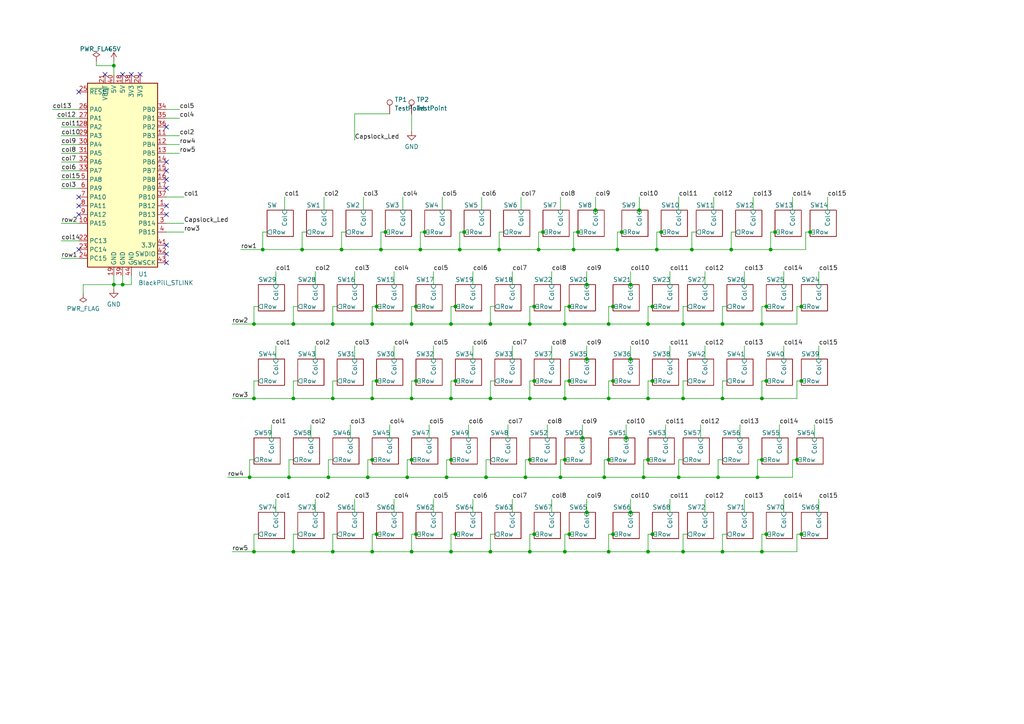
<source format=kicad_sch>
(kicad_sch (version 20211123) (generator eeschema)
  (paper "A4")
  (junction (at 180.34 67.31))
  (junction (at 170.18 82.55))
  (junction (at 130.81 160.02))
  (junction (at 110.49 72.39))
  (junction (at 176.53 115.57))
  (junction (at 179.07 72.39))
  (junction (at 219.71 138.43))
  (junction (at 130.81 115.57))
  (junction (at 165.1 110.49))
  (junction (at 142.24 93.98))
  (junction (at 120.65 154.94))
  (junction (at 157.48 67.31))
  (junction (at 153.67 160.02))
  (junction (at 130.81 93.98))
  (junction (at 209.55 115.57))
  (junction (at 176.53 160.02))
  (junction (at 76.2 72.39))
  (junction (at 132.08 88.9))
  (junction (at 120.65 88.9))
  (junction (at 154.94 88.9))
  (junction (at 182.88 104.14))
  (junction (at 224.79 67.31))
  (junction (at 209.55 160.02))
  (junction (at 130.81 133.35))
  (junction (at 176.53 93.98))
  (junction (at 168.91 127))
  (junction (at 33.02 19.05))
  (junction (at 109.22 110.49))
  (junction (at 83.82 138.43))
  (junction (at 182.88 148.59))
  (junction (at 153.67 133.35))
  (junction (at 96.52 115.57))
  (junction (at 107.95 115.57))
  (junction (at 190.5 72.39))
  (junction (at 165.1 88.9))
  (junction (at 165.1 154.94))
  (junction (at 200.66 72.39))
  (junction (at 154.94 110.49))
  (junction (at 223.52 72.39))
  (junction (at 87.63 72.39))
  (junction (at 220.98 93.98))
  (junction (at 212.09 72.39))
  (junction (at 177.8 110.49))
  (junction (at 198.12 93.98))
  (junction (at 119.38 160.02))
  (junction (at 189.23 88.9))
  (junction (at 123.19 67.31))
  (junction (at 118.11 138.43))
  (junction (at 111.76 67.31))
  (junction (at 107.95 93.98))
  (junction (at 107.95 133.35))
  (junction (at 129.54 138.43))
  (junction (at 132.08 110.49))
  (junction (at 170.18 148.59))
  (junction (at 231.14 133.35))
  (junction (at 132.08 154.94))
  (junction (at 119.38 93.98))
  (junction (at 85.09 160.02))
  (junction (at 134.62 67.31))
  (junction (at 175.26 138.43))
  (junction (at 109.22 88.9))
  (junction (at 187.96 160.02))
  (junction (at 140.97 138.43))
  (junction (at 144.78 72.39))
  (junction (at 162.56 138.43))
  (junction (at 222.25 88.9))
  (junction (at 156.21 72.39))
  (junction (at 191.77 67.31))
  (junction (at 185.42 60.96))
  (junction (at 209.55 93.98))
  (junction (at 196.85 138.43))
  (junction (at 163.83 115.57))
  (junction (at 220.98 160.02))
  (junction (at 234.95 67.31))
  (junction (at 187.96 115.57))
  (junction (at 73.66 115.57))
  (junction (at 189.23 154.94))
  (junction (at 119.38 133.35))
  (junction (at 153.67 115.57))
  (junction (at 154.94 154.94))
  (junction (at 177.8 88.9))
  (junction (at 73.66 160.02))
  (junction (at 167.64 67.31))
  (junction (at 189.23 110.49))
  (junction (at 182.88 82.55))
  (junction (at 163.83 93.98))
  (junction (at 96.52 160.02))
  (junction (at 166.37 72.39))
  (junction (at 72.39 138.43))
  (junction (at 177.8 154.94))
  (junction (at 85.09 115.57))
  (junction (at 106.68 138.43))
  (junction (at 133.35 72.39))
  (junction (at 222.25 154.94))
  (junction (at 232.41 154.94))
  (junction (at 85.09 93.98))
  (junction (at 109.22 154.94))
  (junction (at 187.96 133.35))
  (junction (at 153.67 93.98))
  (junction (at 187.96 93.98))
  (junction (at 176.53 133.35))
  (junction (at 96.52 93.98))
  (junction (at 73.66 93.98))
  (junction (at 99.06 72.39))
  (junction (at 107.95 160.02))
  (junction (at 198.12 115.57))
  (junction (at 222.25 110.49))
  (junction (at 170.18 104.14))
  (junction (at 208.28 138.43))
  (junction (at 232.41 110.49))
  (junction (at 220.98 115.57))
  (junction (at 198.12 160.02))
  (junction (at 181.61 127))
  (junction (at 142.24 160.02))
  (junction (at 119.38 115.57))
  (junction (at 95.25 138.43))
  (junction (at 142.24 115.57))
  (junction (at 120.65 110.49))
  (junction (at 163.83 160.02))
  (junction (at 121.92 72.39))
  (junction (at 186.69 138.43))
  (junction (at 152.4 138.43))
  (junction (at 232.41 88.9))
  (junction (at 220.98 133.35))
  (junction (at 35.56 82.55))
  (junction (at 33.02 82.55))
  (junction (at 163.83 133.35))
  (junction (at 172.72 60.96))
  (no_connect (at 22.86 62.23))
  (no_connect (at 22.86 72.39))
  (no_connect (at 22.86 59.69))
  (no_connect (at 48.26 62.23))
  (no_connect (at 22.86 57.15))
  (no_connect (at 48.26 52.07))
  (no_connect (at 48.26 49.53))
  (no_connect (at 48.26 59.69))
  (no_connect (at 48.26 54.61))
  (no_connect (at 48.26 76.2))
  (no_connect (at 48.26 73.66))
  (no_connect (at 48.26 71.12))
  (no_connect (at 48.26 36.83))
  (no_connect (at 48.26 46.99))
  (no_connect (at 40.64 21.59))
  (no_connect (at 35.56 21.59))
  (no_connect (at 30.48 21.59))
  (no_connect (at 22.86 26.67))
  (no_connect (at 38.1 21.59))
  (wire (pts (xy 194.31 148.59) (xy 194.31 144.78)))
  (wire (pts (xy 223.52 110.49) (xy 222.25 110.49)))
  (wire (pts (xy 168.91 67.31) (xy 167.64 67.31)))
  (wire (pts (xy 80.01 78.74) (xy 80.01 82.55)))
  (wire (pts (xy 78.74 123.19) (xy 78.74 127)))
  (wire (pts (xy 154.94 154.94) (xy 153.67 154.94)))
  (wire (pts (xy 180.34 67.31) (xy 179.07 67.31)))
  (wire (pts (xy 175.26 138.43) (xy 186.69 138.43)))
  (wire (pts (xy 142.24 93.98) (xy 153.67 93.98)))
  (wire (pts (xy 215.9 82.55) (xy 215.9 78.74)))
  (wire (pts (xy 190.5 110.49) (xy 189.23 110.49)))
  (wire (pts (xy 142.24 110.49) (xy 142.24 115.57)))
  (wire (pts (xy 107.95 133.35) (xy 106.68 133.35)))
  (wire (pts (xy 132.08 154.94) (xy 130.81 154.94)))
  (wire (pts (xy 209.55 110.49) (xy 209.55 115.57)))
  (wire (pts (xy 160.02 144.78) (xy 160.02 148.59)))
  (wire (pts (xy 73.66 133.35) (xy 72.39 133.35)))
  (wire (pts (xy 110.49 154.94) (xy 109.22 154.94)))
  (wire (pts (xy 190.5 67.31) (xy 190.5 72.39)))
  (wire (pts (xy 190.5 72.39) (xy 200.66 72.39)))
  (wire (pts (xy 120.65 88.9) (xy 119.38 88.9)))
  (wire (pts (xy 72.39 138.43) (xy 83.82 138.43)))
  (wire (pts (xy 17.78 54.61) (xy 22.86 54.61)))
  (wire (pts (xy 160.02 78.74) (xy 160.02 82.55)))
  (wire (pts (xy 130.81 154.94) (xy 130.81 160.02)))
  (wire (pts (xy 110.49 72.39) (xy 121.92 72.39)))
  (wire (pts (xy 220.98 88.9) (xy 220.98 93.98)))
  (wire (pts (xy 222.25 110.49) (xy 220.98 110.49)))
  (wire (pts (xy 190.5 154.94) (xy 189.23 154.94)))
  (wire (pts (xy 196.85 133.35) (xy 196.85 138.43)))
  (wire (pts (xy 80.01 100.33) (xy 80.01 104.14)))
  (wire (pts (xy 163.83 93.98) (xy 176.53 93.98)))
  (wire (pts (xy 186.69 133.35) (xy 186.69 138.43)))
  (wire (pts (xy 88.9 67.31) (xy 87.63 67.31)))
  (wire (pts (xy 166.37 154.94) (xy 165.1 154.94)))
  (wire (pts (xy 223.52 88.9) (xy 222.25 88.9)))
  (wire (pts (xy 121.92 88.9) (xy 120.65 88.9)))
  (wire (pts (xy 143.51 154.94) (xy 142.24 154.94)))
  (wire (pts (xy 118.11 133.35) (xy 118.11 138.43)))
  (wire (pts (xy 226.06 67.31) (xy 224.79 67.31)))
  (wire (pts (xy 143.51 110.49) (xy 142.24 110.49)))
  (wire (pts (xy 121.92 67.31) (xy 121.92 72.39)))
  (wire (pts (xy 198.12 115.57) (xy 209.55 115.57)))
  (wire (pts (xy 181.61 127) (xy 181.61 123.19)))
  (wire (pts (xy 110.49 88.9) (xy 109.22 88.9)))
  (wire (pts (xy 102.87 78.74) (xy 102.87 82.55)))
  (wire (pts (xy 119.38 33.02) (xy 119.38 38.1)))
  (wire (pts (xy 172.72 60.96) (xy 172.72 62.23)))
  (wire (pts (xy 163.83 160.02) (xy 176.53 160.02)))
  (wire (pts (xy 165.1 133.35) (xy 163.83 133.35)))
  (wire (pts (xy 187.96 154.94) (xy 187.96 160.02)))
  (wire (pts (xy 182.88 104.14) (xy 182.88 100.33)))
  (wire (pts (xy 237.49 82.55) (xy 237.49 78.74)))
  (wire (pts (xy 48.26 41.91) (xy 52.07 41.91)))
  (wire (pts (xy 189.23 110.49) (xy 187.96 110.49)))
  (wire (pts (xy 189.23 133.35) (xy 187.96 133.35)))
  (wire (pts (xy 85.09 133.35) (xy 83.82 133.35)))
  (wire (pts (xy 97.79 154.94) (xy 96.52 154.94)))
  (wire (pts (xy 96.52 88.9) (xy 96.52 93.98)))
  (wire (pts (xy 35.56 80.01) (xy 35.56 82.55)))
  (wire (pts (xy 179.07 67.31) (xy 179.07 72.39)))
  (wire (pts (xy 74.93 110.49) (xy 73.66 110.49)))
  (wire (pts (xy 200.66 67.31) (xy 200.66 72.39)))
  (wire (pts (xy 119.38 160.02) (xy 130.81 160.02)))
  (wire (pts (xy 181.61 128.27) (xy 181.61 127)))
  (wire (pts (xy 106.68 133.35) (xy 106.68 138.43)))
  (wire (pts (xy 119.38 115.57) (xy 130.81 115.57)))
  (wire (pts (xy 85.09 93.98) (xy 96.52 93.98)))
  (wire (pts (xy 48.26 64.77) (xy 53.34 64.77)))
  (wire (pts (xy 199.39 154.94) (xy 198.12 154.94)))
  (wire (pts (xy 17.78 36.83) (xy 22.86 36.83)))
  (wire (pts (xy 132.08 133.35) (xy 130.81 133.35)))
  (wire (pts (xy 208.28 133.35) (xy 208.28 138.43)))
  (wire (pts (xy 148.59 78.74) (xy 148.59 82.55)))
  (wire (pts (xy 91.44 100.33) (xy 91.44 104.14)))
  (wire (pts (xy 48.26 44.45) (xy 52.07 44.45)))
  (wire (pts (xy 107.95 160.02) (xy 119.38 160.02)))
  (wire (pts (xy 114.3 144.78) (xy 114.3 148.59)))
  (wire (pts (xy 209.55 133.35) (xy 208.28 133.35)))
  (wire (pts (xy 153.67 93.98) (xy 163.83 93.98)))
  (wire (pts (xy 182.88 149.86) (xy 182.88 148.59)))
  (wire (pts (xy 222.25 88.9) (xy 220.98 88.9)))
  (wire (pts (xy 153.67 88.9) (xy 153.67 93.98)))
  (wire (pts (xy 207.01 60.96) (xy 207.01 57.15)))
  (wire (pts (xy 154.94 110.49) (xy 153.67 110.49)))
  (wire (pts (xy 95.25 138.43) (xy 106.68 138.43)))
  (wire (pts (xy 76.2 67.31) (xy 76.2 72.39)))
  (wire (pts (xy 129.54 138.43) (xy 140.97 138.43)))
  (wire (pts (xy 185.42 60.96) (xy 185.42 57.15)))
  (wire (pts (xy 66.04 138.43) (xy 72.39 138.43)))
  (wire (pts (xy 130.81 133.35) (xy 129.54 133.35)))
  (wire (pts (xy 168.91 127) (xy 168.91 128.27)))
  (wire (pts (xy 109.22 154.94) (xy 107.95 154.94)))
  (wire (pts (xy 133.35 67.31) (xy 133.35 72.39)))
  (wire (pts (xy 123.19 67.31) (xy 121.92 67.31)))
  (wire (pts (xy 156.21 110.49) (xy 154.94 110.49)))
  (wire (pts (xy 48.26 31.75) (xy 52.07 31.75)))
  (wire (pts (xy 96.52 154.94) (xy 96.52 160.02)))
  (wire (pts (xy 132.08 110.49) (xy 130.81 110.49)))
  (wire (pts (xy 189.23 88.9) (xy 187.96 88.9)))
  (wire (pts (xy 186.69 138.43) (xy 196.85 138.43)))
  (wire (pts (xy 163.83 88.9) (xy 163.83 93.98)))
  (wire (pts (xy 226.06 127) (xy 226.06 123.19)))
  (wire (pts (xy 74.93 154.94) (xy 73.66 154.94)))
  (wire (pts (xy 130.81 160.02) (xy 142.24 160.02)))
  (wire (pts (xy 73.66 88.9) (xy 73.66 93.98)))
  (wire (pts (xy 234.95 67.31) (xy 233.68 67.31)))
  (wire (pts (xy 166.37 88.9) (xy 165.1 88.9)))
  (wire (pts (xy 175.26 133.35) (xy 175.26 138.43)))
  (wire (pts (xy 233.68 67.31) (xy 233.68 72.39)))
  (wire (pts (xy 15.24 31.75) (xy 22.86 31.75)))
  (wire (pts (xy 107.95 154.94) (xy 107.95 160.02)))
  (wire (pts (xy 201.93 67.31) (xy 200.66 67.31)))
  (wire (pts (xy 198.12 133.35) (xy 196.85 133.35)))
  (wire (pts (xy 152.4 138.43) (xy 162.56 138.43)))
  (wire (pts (xy 114.3 78.74) (xy 114.3 82.55)))
  (wire (pts (xy 196.85 60.96) (xy 196.85 57.15)))
  (wire (pts (xy 85.09 110.49) (xy 85.09 115.57)))
  (wire (pts (xy 17.78 49.53) (xy 22.86 49.53)))
  (wire (pts (xy 176.53 154.94) (xy 176.53 160.02)))
  (wire (pts (xy 176.53 133.35) (xy 175.26 133.35)))
  (wire (pts (xy 24.13 85.09) (xy 24.13 82.55)))
  (wire (pts (xy 86.36 154.94) (xy 85.09 154.94)))
  (wire (pts (xy 170.18 104.14) (xy 170.18 105.41)))
  (wire (pts (xy 194.31 104.14) (xy 194.31 100.33)))
  (wire (pts (xy 163.83 115.57) (xy 176.53 115.57)))
  (wire (pts (xy 140.97 138.43) (xy 152.4 138.43)))
  (wire (pts (xy 237.49 148.59) (xy 237.49 144.78)))
  (wire (pts (xy 214.63 127) (xy 214.63 123.19)))
  (wire (pts (xy 114.3 100.33) (xy 114.3 104.14)))
  (wire (pts (xy 204.47 104.14) (xy 204.47 100.33)))
  (wire (pts (xy 140.97 133.35) (xy 140.97 138.43)))
  (wire (pts (xy 231.14 88.9) (xy 231.14 93.98)))
  (wire (pts (xy 73.66 154.94) (xy 73.66 160.02)))
  (wire (pts (xy 198.12 110.49) (xy 198.12 115.57)))
  (wire (pts (xy 198.12 93.98) (xy 209.55 93.98)))
  (wire (pts (xy 156.21 67.31) (xy 156.21 72.39)))
  (wire (pts (xy 120.65 133.35) (xy 119.38 133.35)))
  (wire (pts (xy 83.82 133.35) (xy 83.82 138.43)))
  (wire (pts (xy 148.59 144.78) (xy 148.59 148.59)))
  (wire (pts (xy 17.78 41.91) (xy 22.86 41.91)))
  (wire (pts (xy 142.24 88.9) (xy 142.24 93.98)))
  (wire (pts (xy 182.88 148.59) (xy 182.88 144.78)))
  (wire (pts (xy 110.49 67.31) (xy 110.49 72.39)))
  (wire (pts (xy 33.02 19.05) (xy 33.02 21.59)))
  (wire (pts (xy 17.78 52.07) (xy 22.86 52.07)))
  (wire (pts (xy 85.09 115.57) (xy 96.52 115.57)))
  (wire (pts (xy 97.79 110.49) (xy 96.52 110.49)))
  (wire (pts (xy 176.53 160.02) (xy 187.96 160.02)))
  (wire (pts (xy 48.26 67.31) (xy 53.34 67.31)))
  (wire (pts (xy 24.13 82.55) (xy 33.02 82.55)))
  (wire (pts (xy 231.14 133.35) (xy 229.87 133.35)))
  (wire (pts (xy 33.02 17.78) (xy 33.02 19.05)))
  (wire (pts (xy 137.16 100.33) (xy 137.16 104.14)))
  (wire (pts (xy 233.68 154.94) (xy 232.41 154.94)))
  (wire (pts (xy 87.63 67.31) (xy 87.63 72.39)))
  (wire (pts (xy 170.18 78.74) (xy 170.18 82.55)))
  (wire (pts (xy 210.82 110.49) (xy 209.55 110.49)))
  (wire (pts (xy 156.21 72.39) (xy 166.37 72.39)))
  (wire (pts (xy 190.5 88.9) (xy 189.23 88.9)))
  (wire (pts (xy 153.67 154.94) (xy 153.67 160.02)))
  (wire (pts (xy 33.02 82.55) (xy 33.02 83.82)))
  (wire (pts (xy 154.94 133.35) (xy 153.67 133.35)))
  (wire (pts (xy 170.18 144.78) (xy 170.18 148.59)))
  (wire (pts (xy 220.98 110.49) (xy 220.98 115.57)))
  (wire (pts (xy 121.92 72.39) (xy 133.35 72.39)))
  (wire (pts (xy 133.35 72.39) (xy 144.78 72.39)))
  (wire (pts (xy 142.24 154.94) (xy 142.24 160.02)))
  (wire (pts (xy 134.62 67.31) (xy 133.35 67.31)))
  (wire (pts (xy 102.87 40.64) (xy 102.87 33.02)))
  (wire (pts (xy 204.47 148.59) (xy 204.47 144.78)))
  (wire (pts (xy 227.33 148.59) (xy 227.33 144.78)))
  (wire (pts (xy 185.42 62.23) (xy 185.42 60.96)))
  (wire (pts (xy 95.25 133.35) (xy 95.25 138.43)))
  (wire (pts (xy 227.33 104.14) (xy 227.33 100.33)))
  (wire (pts (xy 210.82 154.94) (xy 209.55 154.94)))
  (wire (pts (xy 111.76 67.31) (xy 110.49 67.31)))
  (wire (pts (xy 77.47 67.31) (xy 76.2 67.31)))
  (wire (pts (xy 209.55 93.98) (xy 220.98 93.98)))
  (wire (pts (xy 193.04 67.31) (xy 191.77 67.31)))
  (wire (pts (xy 142.24 160.02) (xy 153.67 160.02)))
  (wire (pts (xy 153.67 110.49) (xy 153.67 115.57)))
  (wire (pts (xy 162.56 138.43) (xy 175.26 138.43)))
  (wire (pts (xy 16.51 34.29) (xy 22.86 34.29)))
  (wire (pts (xy 215.9 148.59) (xy 215.9 144.78)))
  (wire (pts (xy 233.68 110.49) (xy 232.41 110.49)))
  (wire (pts (xy 101.6 123.19) (xy 101.6 127)))
  (wire (pts (xy 177.8 88.9) (xy 176.53 88.9)))
  (wire (pts (xy 119.38 133.35) (xy 118.11 133.35)))
  (wire (pts (xy 17.78 39.37) (xy 22.86 39.37)))
  (wire (pts (xy 107.95 115.57) (xy 119.38 115.57)))
  (wire (pts (xy 240.03 60.96) (xy 240.03 57.15)))
  (wire (pts (xy 129.54 133.35) (xy 129.54 138.43)))
  (wire (pts (xy 120.65 154.94) (xy 119.38 154.94)))
  (wire (pts (xy 137.16 78.74) (xy 137.16 82.55)))
  (wire (pts (xy 132.08 88.9) (xy 130.81 88.9)))
  (wire (pts (xy 227.33 82.55) (xy 227.33 78.74)))
  (wire (pts (xy 210.82 88.9) (xy 209.55 88.9)))
  (wire (pts (xy 187.96 93.98) (xy 198.12 93.98)))
  (wire (pts (xy 113.03 123.19) (xy 113.03 127)))
  (wire (pts (xy 177.8 154.94) (xy 176.53 154.94)))
  (wire (pts (xy 158.75 123.19) (xy 158.75 127)))
  (wire (pts (xy 166.37 110.49) (xy 165.1 110.49)))
  (wire (pts (xy 119.38 154.94) (xy 119.38 160.02)))
  (wire (pts (xy 27.94 19.05) (xy 33.02 19.05)))
  (wire (pts (xy 163.83 110.49) (xy 163.83 115.57)))
  (wire (pts (xy 179.07 154.94) (xy 177.8 154.94)))
  (wire (pts (xy 199.39 110.49) (xy 198.12 110.49)))
  (wire (pts (xy 170.18 148.59) (xy 170.18 149.86)))
  (wire (pts (xy 191.77 67.31) (xy 190.5 67.31)))
  (wire (pts (xy 72.39 133.35) (xy 72.39 138.43)))
  (wire (pts (xy 144.78 67.31) (xy 144.78 72.39)))
  (wire (pts (xy 109.22 133.35) (xy 107.95 133.35)))
  (wire (pts (xy 222.25 133.35) (xy 220.98 133.35)))
  (wire (pts (xy 124.46 67.31) (xy 123.19 67.31)))
  (wire (pts (xy 179.07 88.9) (xy 177.8 88.9)))
  (wire (pts (xy 198.12 88.9) (xy 198.12 93.98)))
  (wire (pts (xy 182.88 105.41) (xy 182.88 104.14)))
  (wire (pts (xy 106.68 138.43) (xy 118.11 138.43)))
  (wire (pts (xy 219.71 138.43) (xy 229.87 138.43)))
  (wire (pts (xy 38.1 82.55) (xy 35.56 82.55)))
  (wire (pts (xy 233.68 88.9) (xy 232.41 88.9)))
  (wire (pts (xy 158.75 67.31) (xy 157.48 67.31)))
  (wire (pts (xy 223.52 67.31) (xy 223.52 72.39)))
  (wire (pts (xy 48.26 39.37) (xy 52.07 39.37)))
  (wire (pts (xy 212.09 72.39) (xy 223.52 72.39)))
  (wire (pts (xy 121.92 110.49) (xy 120.65 110.49)))
  (wire (pts (xy 209.55 154.94) (xy 209.55 160.02)))
  (wire (pts (xy 128.27 57.15) (xy 128.27 60.96)))
  (wire (pts (xy 193.04 127) (xy 193.04 123.19)))
  (wire (pts (xy 102.87 100.33) (xy 102.87 104.14)))
  (wire (pts (xy 99.06 67.31) (xy 99.06 72.39)))
  (wire (pts (xy 107.95 88.9) (xy 107.95 93.98)))
  (wire (pts (xy 130.81 115.57) (xy 142.24 115.57)))
  (wire (pts (xy 182.88 83.82) (xy 182.88 82.55)))
  (wire (pts (xy 166.37 67.31) (xy 166.37 72.39)))
  (wire (pts (xy 116.84 57.15) (xy 116.84 60.96)))
  (wire (pts (xy 96.52 115.57) (xy 107.95 115.57)))
  (wire (pts (xy 176.53 110.49) (xy 176.53 115.57)))
  (wire (pts (xy 119.38 88.9) (xy 119.38 93.98)))
  (wire (pts (xy 236.22 127) (xy 236.22 123.19)))
  (wire (pts (xy 130.81 93.98) (xy 142.24 93.98)))
  (wire (pts (xy 96.52 160.02) (xy 107.95 160.02)))
  (wire (pts (xy 204.47 82.55) (xy 204.47 78.74)))
  (wire (pts (xy 209.55 160.02) (xy 220.98 160.02)))
  (wire (pts (xy 135.89 67.31) (xy 134.62 67.31)))
  (wire (pts (xy 194.31 82.55) (xy 194.31 78.74)))
  (wire (pts (xy 93.98 57.15) (xy 93.98 60.96)))
  (wire (pts (xy 76.2 72.39) (xy 87.63 72.39)))
  (wire (pts (xy 96.52 93.98) (xy 107.95 93.98)))
  (wire (pts (xy 33.02 80.01) (xy 33.02 82.55)))
  (wire (pts (xy 119.38 110.49) (xy 119.38 115.57)))
  (wire (pts (xy 168.91 123.19) (xy 168.91 127)))
  (wire (pts (xy 236.22 67.31) (xy 234.95 67.31)))
  (wire (pts (xy 109.22 110.49) (xy 107.95 110.49)))
  (wire (pts (xy 237.49 104.14) (xy 237.49 100.33)))
  (wire (pts (xy 107.95 110.49) (xy 107.95 115.57)))
  (wire (pts (xy 177.8 133.35) (xy 176.53 133.35)))
  (wire (pts (xy 231.14 154.94) (xy 231.14 160.02)))
  (wire (pts (xy 232.41 88.9) (xy 231.14 88.9)))
  (wire (pts (xy 100.33 67.31) (xy 99.06 67.31)))
  (wire (pts (xy 27.94 17.78) (xy 27.94 19.05)))
  (wire (pts (xy 135.89 123.19) (xy 135.89 127)))
  (wire (pts (xy 187.96 88.9) (xy 187.96 93.98)))
  (wire (pts (xy 38.1 80.01) (xy 38.1 82.55)))
  (wire (pts (xy 219.71 133.35) (xy 219.71 138.43)))
  (wire (pts (xy 176.53 93.98) (xy 187.96 93.98)))
  (wire (pts (xy 73.66 110.49) (xy 73.66 115.57)))
  (wire (pts (xy 86.36 110.49) (xy 85.09 110.49)))
  (wire (pts (xy 156.21 154.94) (xy 154.94 154.94)))
  (wire (pts (xy 109.22 88.9) (xy 107.95 88.9)))
  (wire (pts (xy 187.96 160.02) (xy 198.12 160.02)))
  (wire (pts (xy 187.96 110.49) (xy 187.96 115.57)))
  (wire (pts (xy 156.21 88.9) (xy 154.94 88.9)))
  (wire (pts (xy 198.12 154.94) (xy 198.12 160.02)))
  (wire (pts (xy 220.98 154.94) (xy 220.98 160.02)))
  (wire (pts (xy 17.78 74.93) (xy 22.86 74.93)))
  (wire (pts (xy 166.37 72.39) (xy 179.07 72.39)))
  (wire (pts (xy 142.24 115.57) (xy 153.67 115.57)))
  (wire (pts (xy 223.52 154.94) (xy 222.25 154.94)))
  (wire (pts (xy 80.01 144.78) (xy 80.01 148.59)))
  (wire (pts (xy 17.78 69.85) (xy 22.86 69.85)))
  (wire (pts (xy 187.96 115.57) (xy 198.12 115.57)))
  (wire (pts (xy 110.49 110.49) (xy 109.22 110.49)))
  (wire (pts (xy 67.31 93.98) (xy 73.66 93.98)))
  (wire (pts (xy 137.16 144.78) (xy 137.16 148.59)))
  (wire (pts (xy 133.35 110.49) (xy 132.08 110.49)))
  (wire (pts (xy 223.52 72.39) (xy 233.68 72.39)))
  (wire (pts (xy 133.35 154.94) (xy 132.08 154.94)))
  (wire (pts (xy 198.12 160.02) (xy 209.55 160.02)))
  (wire (pts (xy 86.36 88.9) (xy 85.09 88.9)))
  (wire (pts (xy 102.87 144.78) (xy 102.87 148.59)))
  (wire (pts (xy 152.4 133.35) (xy 152.4 138.43)))
  (wire (pts (xy 35.56 82.55) (xy 33.02 82.55)))
  (wire (pts (xy 153.67 160.02) (xy 163.83 160.02)))
  (wire (pts (xy 133.35 88.9) (xy 132.08 88.9)))
  (wire (pts (xy 17.78 64.77) (xy 22.86 64.77)))
  (wire (pts (xy 85.09 88.9) (xy 85.09 93.98)))
  (wire (pts (xy 153.67 133.35) (xy 152.4 133.35)))
  (wire (pts (xy 67.31 115.57) (xy 73.66 115.57)))
  (wire (pts (xy 224.79 67.31) (xy 223.52 67.31)))
  (wire (pts (xy 165.1 154.94) (xy 163.83 154.94)))
  (wire (pts (xy 231.14 110.49) (xy 231.14 115.57)))
  (wire (pts (xy 157.48 67.31) (xy 156.21 67.31)))
  (wire (pts (xy 82.55 57.15) (xy 82.55 60.96)))
  (wire (pts (xy 85.09 154.94) (xy 85.09 160.02)))
  (wire (pts (xy 17.78 44.45) (xy 22.86 44.45)))
  (wire (pts (xy 170.18 82.55) (xy 170.18 83.82)))
  (wire (pts (xy 154.94 88.9) (xy 153.67 88.9)))
  (wire (pts (xy 165.1 110.49) (xy 163.83 110.49)))
  (wire (pts (xy 69.85 72.39) (xy 76.2 72.39)))
  (wire (pts (xy 213.36 67.31) (xy 212.09 67.31)))
  (wire (pts (xy 113.03 67.31) (xy 111.76 67.31)))
  (wire (pts (xy 179.07 110.49) (xy 177.8 110.49)))
  (wire (pts (xy 212.09 67.31) (xy 212.09 72.39)))
  (wire (pts (xy 176.53 115.57) (xy 187.96 115.57)))
  (wire (pts (xy 139.7 57.15) (xy 139.7 60.96)))
  (wire (pts (xy 74.93 88.9) (xy 73.66 88.9)))
  (wire (pts (xy 91.44 144.78) (xy 91.44 148.59)))
  (wire (pts (xy 147.32 123.19) (xy 147.32 127)))
  (wire (pts (xy 165.1 88.9) (xy 163.83 88.9)))
  (wire (pts (xy 163.83 133.35) (xy 162.56 133.35)))
  (wire (pts (xy 153.67 115.57) (xy 163.83 115.57)))
  (wire (pts (xy 96.52 133.35) (xy 95.25 133.35)))
  (wire (pts (xy 120.65 110.49) (xy 119.38 110.49)))
  (wire (pts (xy 130.81 88.9) (xy 130.81 93.98)))
  (wire (pts (xy 73.66 160.02) (xy 85.09 160.02)))
  (wire (pts (xy 105.41 57.15) (xy 105.41 60.96)))
  (wire (pts (xy 119.38 93.98) (xy 130.81 93.98)))
  (wire (pts (xy 130.81 110.49) (xy 130.81 115.57)))
  (wire (pts (xy 160.02 100.33) (xy 160.02 104.14)))
  (wire (pts (xy 170.18 100.33) (xy 170.18 104.14)))
  (wire (pts (xy 162.56 57.15) (xy 162.56 60.96)))
  (wire (pts (xy 17.78 46.99) (xy 22.86 46.99)))
  (wire (pts (xy 209.55 115.57) (xy 220.98 115.57)))
  (wire (pts (xy 163.83 154.94) (xy 163.83 160.02)))
  (wire (pts (xy 85.09 160.02) (xy 96.52 160.02)))
  (wire (pts (xy 220.98 133.35) (xy 219.71 133.35)))
  (wire (pts (xy 176.53 88.9) (xy 176.53 93.98)))
  (wire (pts (xy 162.56 133.35) (xy 162.56 138.43)))
  (wire (pts (xy 172.72 57.15) (xy 172.72 60.96)))
  (wire (pts (xy 151.13 57.15) (xy 151.13 60.96)))
  (wire (pts (xy 142.24 133.35) (xy 140.97 133.35)))
  (wire (pts (xy 229.87 133.35) (xy 229.87 138.43)))
  (wire (pts (xy 189.23 154.94) (xy 187.96 154.94)))
  (wire (pts (xy 107.95 93.98) (xy 119.38 93.98)))
  (wire (pts (xy 144.78 72.39) (xy 156.21 72.39)))
  (wire (pts (xy 97.79 88.9) (xy 96.52 88.9)))
  (wire (pts (xy 83.82 138.43) (xy 95.25 138.43)))
  (wire (pts (xy 229.87 60.96) (xy 229.87 57.15)))
  (wire (pts (xy 91.44 78.74) (xy 91.44 82.55)))
  (wire (pts (xy 203.2 127) (xy 203.2 123.19)))
  (wire (pts (xy 148.59 100.33) (xy 148.59 104.14)))
  (wire (pts (xy 196.85 138.43) (xy 208.28 138.43)))
  (wire (pts (xy 99.06 72.39) (xy 110.49 72.39)))
  (wire (pts (xy 208.28 138.43) (xy 219.71 138.43)))
  (wire (pts (xy 125.73 78.74) (xy 125.73 82.55)))
  (wire (pts (xy 177.8 110.49) (xy 176.53 110.49)))
  (wire (pts (xy 118.11 138.43) (xy 129.54 138.43)))
  (wire (pts (xy 220.98 93.98) (xy 231.14 93.98)))
  (wire (pts (xy 232.41 133.35) (xy 231.14 133.35)))
  (wire (pts (xy 121.92 154.94) (xy 120.65 154.94)))
  (wire (pts (xy 124.46 123.19) (xy 124.46 127)))
  (wire (pts (xy 73.66 115.57) (xy 85.09 115.57)))
  (wire (pts (xy 199.39 88.9) (xy 198.12 88.9)))
  (wire (pts (xy 220.98 115.57) (xy 231.14 115.57)))
  (wire (pts (xy 167.64 67.31) (xy 166.37 67.31)))
  (wire (pts (xy 232.41 110.49) (xy 231.14 110.49)))
  (wire (pts (xy 220.98 160.02) (xy 231.14 160.02)))
  (wire (pts (xy 218.44 60.96) (xy 218.44 57.15)))
  (wire (pts (xy 179.07 72.39) (xy 190.5 72.39)))
  (wire (pts (xy 200.66 72.39) (xy 212.09 72.39)))
  (wire (pts (xy 222.25 154.94) (xy 220.98 154.94)))
  (wire (pts (xy 67.31 160.02) (xy 73.66 160.02)))
  (wire (pts (xy 215.9 104.14) (xy 215.9 100.33)))
  (wire (pts (xy 146.05 67.31) (xy 144.78 67.31)))
  (wire (pts (xy 232.41 154.94) (xy 231.14 154.94)))
  (wire (pts (xy 90.17 123.19) (xy 90.17 127)))
  (wire (pts (xy 87.63 72.39) (xy 99.06 72.39)))
  (wire (pts (xy 96.52 110.49) (xy 96.52 115.57)))
  (wire (pts (xy 143.51 88.9) (xy 142.24 88.9)))
  (wire (pts (xy 48.26 57.15) (xy 53.34 57.15)))
  (wire (pts (xy 73.66 93.98) (xy 85.09 93.98)))
  (wire (pts (xy 48.26 34.29) (xy 52.07 34.29)))
  (wire (pts (xy 187.96 133.35) (xy 186.69 133.35)))
  (wire (pts (xy 181.61 67.31) (xy 180.34 67.31)))
  (wire (pts (xy 125.73 144.78) (xy 125.73 148.59)))
  (wire (pts (xy 102.87 33.02) (xy 113.03 33.02)))
  (wire (pts (xy 182.88 82.55) (xy 182.88 78.74)))
  (wire (pts (xy 125.73 100.33) (xy 125.73 104.14)))
  (wire (pts (xy 209.55 88.9) (xy 209.55 93.98)))
  (label "col8" (at 160.02 144.78 0))
  (label "col9" (at 168.91 123.19 0))
  (label "col7" (at 148.59 78.74 0))
  (label "col9" (at 170.18 144.78 0))
  (label "col14" (at 229.87 57.15 0))
  (label "col3" (at 101.6 123.19 0))
  (label "col5" (at 128.27 57.15 0))
  (label "col14" (at 227.33 100.33 0))
  (label "col12" (at 16.51 34.29 0))
  (label "col14" (at 227.33 78.74 0))
  (label "col1" (at 80.01 78.74 0))
  (label "col3" (at 102.87 78.74 0))
  (label "col7" (at 147.32 123.19 0))
  (label "col4" (at 113.03 123.19 0))
  (label "col12" (at 207.01 57.15 0))
  (label "col2" (at 91.44 100.33 0))
  (label "col13" (at 215.9 78.74 0))
  (label "row1" (at 69.85 72.39 0))
  (label "col8" (at 17.78 44.45 0))
  (label "col15" (at 17.78 52.07 0))
  (label "col6" (at 139.7 57.15 0))
  (label "col5" (at 125.73 100.33 0))
  (label "col1" (at 53.34 57.15 0))
  (label "col10" (at 182.88 100.33 0))
  (label "col15" (at 236.22 123.19 0))
  (label "col10" (at 17.78 39.37 0))
  (label "col12" (at 204.47 78.74 0))
  (label "col11" (at 193.04 123.19 0))
  (label "col2" (at 52.07 39.37 0))
  (label "col2" (at 93.98 57.15 0))
  (label "col2" (at 90.17 123.19 0))
  (label "row3" (at 53.34 67.31 0))
  (label "col11" (at 194.31 78.74 0))
  (label "col7" (at 148.59 144.78 0))
  (label "col1" (at 80.01 100.33 0))
  (label "col15" (at 237.49 78.74 0))
  (label "Capslock_Led" (at 53.34 64.77 0))
  (label "col7" (at 151.13 57.15 0))
  (label "col1" (at 78.74 123.19 0))
  (label "col11" (at 196.85 57.15 0))
  (label "col9" (at 172.72 57.15 0))
  (label "col1" (at 80.01 144.78 0))
  (label "col13" (at 215.9 144.78 0))
  (label "col15" (at 237.49 144.78 0))
  (label "row3" (at 67.31 115.57 0))
  (label "col15" (at 240.03 57.15 0))
  (label "col3" (at 105.41 57.15 0))
  (label "col9" (at 170.18 100.33 0))
  (label "col13" (at 215.9 100.33 0))
  (label "col8" (at 158.75 123.19 0))
  (label "col13" (at 214.63 123.19 0))
  (label "col6" (at 17.78 49.53 0))
  (label "col5" (at 124.46 123.19 0))
  (label "col5" (at 125.73 78.74 0))
  (label "col4" (at 114.3 100.33 0))
  (label "col12" (at 204.47 144.78 0))
  (label "row2" (at 17.78 64.77 0))
  (label "col6" (at 137.16 144.78 0))
  (label "col4" (at 114.3 78.74 0))
  (label "col8" (at 160.02 100.33 0))
  (label "col14" (at 227.33 144.78 0))
  (label "col12" (at 203.2 123.19 0))
  (label "col10" (at 181.61 123.19 0))
  (label "row2" (at 67.31 93.98 0))
  (label "row1" (at 17.78 74.93 0))
  (label "col4" (at 114.3 144.78 0))
  (label "col14" (at 17.78 69.85 0))
  (label "col3" (at 102.87 100.33 0))
  (label "col2" (at 91.44 144.78 0))
  (label "col1" (at 82.55 57.15 0))
  (label "col4" (at 116.84 57.15 0))
  (label "col10" (at 185.42 57.15 0))
  (label "col3" (at 102.87 144.78 0))
  (label "col10" (at 182.88 144.78 0))
  (label "col13" (at 15.24 31.75 0))
  (label "col15" (at 237.49 100.33 0))
  (label "col11" (at 194.31 144.78 0))
  (label "col4" (at 52.07 34.29 0))
  (label "col7" (at 148.59 100.33 0))
  (label "col8" (at 160.02 78.74 0))
  (label "row5" (at 67.31 160.02 0))
  (label "col6" (at 135.89 123.19 0))
  (label "col3" (at 17.78 54.61 0))
  (label "col14" (at 226.06 123.19 0))
  (label "col13" (at 218.44 57.15 0))
  (label "col9" (at 170.18 78.74 0))
  (label "row5" (at 52.07 44.45 0))
  (label "col11" (at 17.78 36.83 0))
  (label "col2" (at 91.44 78.74 0))
  (label "col6" (at 137.16 100.33 0))
  (label "col5" (at 52.07 31.75 0))
  (label "col11" (at 194.31 100.33 0))
  (label "Capslock_Led" (at 102.87 40.64 0))
  (label "row4" (at 52.07 41.91 0))
  (label "col9" (at 17.78 41.91 0))
  (label "row4" (at 66.04 138.43 0))
  (label "col5" (at 125.73 144.78 0))
  (label "col7" (at 17.78 46.99 0))
  (label "col8" (at 162.56 57.15 0))
  (label "col10" (at 182.88 78.74 0))
  (label "col6" (at 137.16 78.74 0))
  (label "col12" (at 204.47 100.33 0))
  (symbol (lib_id "power:GND") (at 119.38 38.1 0) (unit 1)
    (property "Reference" "#PWR03" (effects hide))
    (property "Value" "GND" (at 119.38 42.5434 0))
  )
  (symbol (lib_id "power:+5V") (at 33.02 17.78 0) (unit 1)
    (property "Reference" "#PWR01" (effects hide))
    (property "Value" "+5V" (at 33.02 14.2042 0))
  )
  (symbol (lib_id "power:PWR_FLAG") (at 27.94 17.78 0) (unit 1)
    (property "Reference" "#FLG02" (effects hide))
    (property "Value" "PWR_FLAG" (at 27.94 14.2042 0))
  )
  (symbol (lib_id "power:PWR_FLAG") (at 24.13 85.09 180) (unit 1)
    (property "Reference" "#FLG01" (effects hide))
    (property "Value" "PWR_FLAG" (at 24.13 89.5334 0))
  )
  (symbol (lib_id "Connector:TestPoint") (at 113.03 33.02 0) (unit 1)
    (property "Reference" "TP1" (at 114.427 28.8833 0) (effects (justify left)))
    (property "Value" "TestPoint" (at 114.427 31.4202 0) (effects (justify left)))
    (property "Footprint" "TestPoint:TestPoint_THTPad_1.0x1.0mm_Drill0.5mm" (effects hide))
  )
  (symbol (lib_id "OpticalParts:BlackPill_STLINK") (at 35.56 52.07 0) (unit 1)
    (property "Reference" "U1" (at 40.1194 79.5004 0) (effects (justify left)))
    (property "Value" "BlackPill_STLINK" (at 40.1194 82.0373 0) (effects (justify left)))
    (property "Footprint" "OpticalParts:BlackPill_STLINK" (effects hide))
  )
  (symbol (lib_id "Connector:TestPoint") (at 119.38 33.02 0) (unit 1)
    (property "Reference" "TP2" (at 120.777 28.8833 0) (effects (justify left)))
    (property "Value" "TestPoint" (at 120.777 31.4202 0) (effects (justify left)))
    (property "Footprint" "TestPoint:TestPoint_THTPad_1.0x1.0mm_Drill0.5mm" (effects hide))
  )
  (symbol (lib_id "power:GND") (at 33.02 83.82 0) (unit 1)
    (property "Reference" "#PWR02" (effects hide))
    (property "Value" "GND" (at 33.02 88.2634 0))
  )
  (sheet (at 157.48 60.96) (size 7.62 7.62) (stroke (width 0.1524))
    (property "Sheet name" "SW7" (at 157.48 60.2484 0) (effects (justify left bottom)))
    (property "Sheet file" "switch.kicad_sch" (effects hide))
    (pin "Row" output (at 157.48 67.31 180))
    (pin "Col" input (at 162.56 60.96 90))
  )
  (sheet (at 143.51 104.14) (size 7.62 7.62) (stroke (width 0.1524))
    (property "Sheet name" "SW33" (at 143.51 103.4284 0) (effects (justify left bottom)))
    (property "Sheet file" "switch.kicad_sch" (effects hide))
    (pin "Row" output (at 143.51 110.49 180))
    (pin "Col" input (at 148.59 104.14 90))
  )
  (sheet (at 165.1 82.55) (size 7.62 7.62) (stroke (width 0.1524))
    (property "Sheet name" "SW20" (at 165.1 81.8384 0) (effects (justify left bottom)))
    (property "Sheet file" "switch.kicad_sch" (effects hide))
    (pin "Row" output (at 165.1 88.9 180))
    (pin "Col" input (at 170.18 82.55 90))
  )
  (sheet (at 86.36 148.59) (size 7.62 7.62) (stroke (width 0.1524))
    (property "Sheet name" "SW73" (at 86.36 147.8784 0) (effects (justify left bottom)))
    (property "Sheet file" "switch.kicad_sch" (effects hide))
    (pin "Row" output (at 86.36 154.94 180))
    (pin "Col" input (at 91.44 148.59 90))
  )
  (sheet (at 165.1 148.59) (size 7.62 7.62) (stroke (width 0.1524))
    (property "Sheet name" "SW65" (at 165.1 147.8784 0) (effects (justify left bottom)))
    (property "Sheet file" "switch.kicad_sch" (effects hide))
    (pin "Row" output (at 165.1 154.94 180))
    (pin "Col" input (at 170.18 148.59 90))
  )
  (sheet (at 189.23 82.55) (size 7.62 7.62) (stroke (width 0.1524))
    (property "Sheet name" "SW23" (at 189.23 81.8384 0) (effects (justify left bottom)))
    (property "Sheet file" "switch.kicad_sch" (effects hide))
    (pin "Row" output (at 189.23 88.9 180))
    (pin "Col" input (at 194.31 82.55 90))
  )
  (sheet (at 119.38 127) (size 7.62 7.62) (stroke (width 0.1524))
    (property "Sheet name" "SW47" (at 119.38 126.2884 0) (effects (justify left bottom)))
    (property "Sheet file" "switch.kicad_sch" (effects hide))
    (pin "Row" output (at 119.38 133.35 180))
    (pin "Col" input (at 124.46 127 90))
  )
  (sheet (at 123.19 60.96) (size 7.62 7.62) (stroke (width 0.1524))
    (property "Sheet name" "SW4" (at 123.19 60.2484 0) (effects (justify left bottom)))
    (property "Sheet file" "switch.kicad_sch" (effects hide))
    (pin "Row" output (at 123.19 67.31 180))
    (pin "Col" input (at 128.27 60.96 90))
  )
  (sheet (at 176.53 127) (size 7.62 7.62) (stroke (width 0.1524))
    (property "Sheet name" "SW51" (at 176.53 126.2884 0) (effects (justify left bottom)))
    (property "Sheet file" "switch.kicad_sch" (effects hide))
    (pin "Row" output (at 176.53 133.35 180))
    (pin "Col" input (at 181.61 127 90))
  )
  (sheet (at 143.51 82.55) (size 7.62 7.62) (stroke (width 0.1524))
    (property "Sheet name" "SW18" (at 143.51 81.8384 0) (effects (justify left bottom)))
    (property "Sheet file" "switch.kicad_sch" (effects hide))
    (pin "Row" output (at 143.51 88.9 180))
    (pin "Col" input (at 148.59 82.55 90))
  )
  (sheet (at 97.79 82.55) (size 7.62 7.62) (stroke (width 0.1524))
    (property "Sheet name" "SW16" (at 97.79 81.8384 0) (effects (justify left bottom)))
    (property "Sheet file" "switch.kicad_sch" (effects hide))
    (pin "Row" output (at 97.79 88.9 180))
    (pin "Col" input (at 102.87 82.55 90))
  )
  (sheet (at 165.1 104.14) (size 7.62 7.62) (stroke (width 0.1524))
    (property "Sheet name" "SW35" (at 165.1 103.4284 0) (effects (justify left bottom)))
    (property "Sheet file" "switch.kicad_sch" (effects hide))
    (pin "Row" output (at 165.1 110.49 180))
    (pin "Col" input (at 170.18 104.14 90))
  )
  (sheet (at 232.41 148.59) (size 7.62 7.62) (stroke (width 0.1524))
    (property "Sheet name" "SW69" (at 232.41 147.8784 0) (effects (justify left bottom)))
    (property "Sheet file" "switch.kicad_sch" (effects hide))
    (pin "Row" output (at 232.41 154.94 180))
    (pin "Col" input (at 237.49 148.59 90))
  )
  (sheet (at 74.93 82.55) (size 7.62 7.62) (stroke (width 0.1524))
    (property "Sheet name" "SW29" (at 74.93 81.8384 0) (effects (justify left bottom)))
    (property "Sheet file" "switch.kicad_sch" (effects hide))
    (pin "Row" output (at 74.93 88.9 180))
    (pin "Col" input (at 80.01 82.55 90))
  )
  (sheet (at 222.25 82.55) (size 7.62 7.62) (stroke (width 0.1524))
    (property "Sheet name" "SW25" (at 222.25 81.8384 0) (effects (justify left bottom)))
    (property "Sheet file" "switch.kicad_sch" (effects hide))
    (pin "Row" output (at 222.25 88.9 180))
    (pin "Col" input (at 227.33 82.55 90))
  )
  (sheet (at 189.23 148.59) (size 7.62 7.62) (stroke (width 0.1524))
    (property "Sheet name" "SW68" (at 189.23 147.8784 0) (effects (justify left bottom)))
    (property "Sheet file" "switch.kicad_sch" (effects hide))
    (pin "Row" output (at 189.23 154.94 180))
    (pin "Col" input (at 194.31 148.59 90))
  )
  (sheet (at 177.8 82.55) (size 7.62 7.62) (stroke (width 0.1524))
    (property "Sheet name" "SW21" (at 177.8 81.8384 0) (effects (justify left bottom)))
    (property "Sheet file" "switch.kicad_sch" (effects hide))
    (pin "Row" output (at 177.8 88.9 180))
    (pin "Col" input (at 182.88 82.55 90))
  )
  (sheet (at 222.25 148.59) (size 7.62 7.62) (stroke (width 0.1524))
    (property "Sheet name" "SW70" (at 222.25 147.8784 0) (effects (justify left bottom)))
    (property "Sheet file" "switch.kicad_sch" (effects hide))
    (pin "Row" output (at 222.25 154.94 180))
    (pin "Col" input (at 227.33 148.59 90))
  )
  (sheet (at 96.52 127) (size 7.62 7.62) (stroke (width 0.1524))
    (property "Sheet name" "SW46" (at 96.52 126.2884 0) (effects (justify left bottom)))
    (property "Sheet file" "switch.kicad_sch" (effects hide))
    (pin "Row" output (at 96.52 133.35 180))
    (pin "Col" input (at 101.6 127 90))
  )
  (sheet (at 134.62 60.96) (size 7.62 7.62) (stroke (width 0.1524))
    (property "Sheet name" "SW5" (at 134.62 60.2484 0) (effects (justify left bottom)))
    (property "Sheet file" "switch.kicad_sch" (effects hide))
    (pin "Row" output (at 134.62 67.31 180))
    (pin "Col" input (at 139.7 60.96 90))
  )
  (sheet (at 231.14 127) (size 7.62 7.62) (stroke (width 0.1524))
    (property "Sheet name" "SW54" (at 231.14 126.2884 0) (effects (justify left bottom)))
    (property "Sheet file" "switch.kicad_sch" (effects hide))
    (pin "Row" output (at 231.14 133.35 180))
    (pin "Col" input (at 236.22 127 90))
  )
  (sheet (at 132.08 82.55) (size 7.62 7.62) (stroke (width 0.1524))
    (property "Sheet name" "SW19" (at 132.08 81.8384 0) (effects (justify left bottom)))
    (property "Sheet file" "switch.kicad_sch" (effects hide))
    (pin "Row" output (at 132.08 88.9 180))
    (pin "Col" input (at 137.16 82.55 90))
  )
  (sheet (at 109.22 104.14) (size 7.62 7.62) (stroke (width 0.1524))
    (property "Sheet name" "SW30" (at 109.22 103.4284 0) (effects (justify left bottom)))
    (property "Sheet file" "switch.kicad_sch" (effects hide))
    (pin "Row" output (at 109.22 110.49 180))
    (pin "Col" input (at 114.3 104.14 90))
  )
  (sheet (at 109.22 148.59) (size 7.62 7.62) (stroke (width 0.1524))
    (property "Sheet name" "SW60" (at 109.22 147.8784 0) (effects (justify left bottom)))
    (property "Sheet file" "switch.kicad_sch" (effects hide))
    (pin "Row" output (at 109.22 154.94 180))
    (pin "Col" input (at 114.3 148.59 90))
  )
  (sheet (at 180.34 60.96) (size 7.62 7.62) (stroke (width 0.1524))
    (property "Sheet name" "SW9" (at 180.34 60.2484 0) (effects (justify left bottom)))
    (property "Sheet file" "switch.kicad_sch" (effects hide))
    (pin "Row" output (at 180.34 67.31 180))
    (pin "Col" input (at 185.42 60.96 90))
  )
  (sheet (at 73.66 127) (size 7.62 7.62) (stroke (width 0.1524))
    (property "Sheet name" "SW59" (at 73.66 126.2884 0) (effects (justify left bottom)))
    (property "Sheet file" "switch.kicad_sch" (effects hide))
    (pin "Row" output (at 73.66 133.35 180))
    (pin "Col" input (at 78.74 127 90))
  )
  (sheet (at 154.94 82.55) (size 7.62 7.62) (stroke (width 0.1524))
    (property "Sheet name" "SW22" (at 154.94 81.8384 0) (effects (justify left bottom)))
    (property "Sheet file" "switch.kicad_sch" (effects hide))
    (pin "Row" output (at 154.94 88.9 180))
    (pin "Col" input (at 160.02 82.55 90))
  )
  (sheet (at 142.24 127) (size 7.62 7.62) (stroke (width 0.1524))
    (property "Sheet name" "SW48" (at 142.24 126.2884 0) (effects (justify left bottom)))
    (property "Sheet file" "switch.kicad_sch" (effects hide))
    (pin "Row" output (at 142.24 133.35 180))
    (pin "Col" input (at 147.32 127 90))
  )
  (sheet (at 86.36 82.55) (size 7.62 7.62) (stroke (width 0.1524))
    (property "Sheet name" "SW28" (at 86.36 81.8384 0) (effects (justify left bottom)))
    (property "Sheet file" "switch.kicad_sch" (effects hide))
    (pin "Row" output (at 86.36 88.9 180))
    (pin "Col" input (at 91.44 82.55 90))
  )
  (sheet (at 74.93 148.59) (size 7.62 7.62) (stroke (width 0.1524))
    (property "Sheet name" "SW74" (at 74.93 147.8784 0) (effects (justify left bottom)))
    (property "Sheet file" "switch.kicad_sch" (effects hide))
    (pin "Row" output (at 74.93 154.94 180))
    (pin "Col" input (at 80.01 148.59 90))
  )
  (sheet (at 85.09 127) (size 7.62 7.62) (stroke (width 0.1524))
    (property "Sheet name" "SW58" (at 85.09 126.2884 0) (effects (justify left bottom)))
    (property "Sheet file" "switch.kicad_sch" (effects hide))
    (pin "Row" output (at 85.09 133.35 180))
    (pin "Col" input (at 90.17 127 90))
  )
  (sheet (at 146.05 60.96) (size 7.62 7.62) (stroke (width 0.1524))
    (property "Sheet name" "SW6" (at 146.05 60.2484 0) (effects (justify left bottom)))
    (property "Sheet file" "switch.kicad_sch" (effects hide))
    (pin "Row" output (at 146.05 67.31 180))
    (pin "Col" input (at 151.13 60.96 90))
  )
  (sheet (at 210.82 104.14) (size 7.62 7.62) (stroke (width 0.1524))
    (property "Sheet name" "SW41" (at 210.82 103.4284 0) (effects (justify left bottom)))
    (property "Sheet file" "switch.kicad_sch" (effects hide))
    (pin "Row" output (at 210.82 110.49 180))
    (pin "Col" input (at 215.9 104.14 90))
  )
  (sheet (at 234.95 60.96) (size 7.62 7.62) (stroke (width 0.1524))
    (property "Sheet name" "SW14" (at 234.95 60.2484 0) (effects (justify left bottom)))
    (property "Sheet file" "switch.kicad_sch" (effects hide))
    (pin "Row" output (at 234.95 67.31 180))
    (pin "Col" input (at 240.03 60.96 90))
  )
  (sheet (at 143.51 148.59) (size 7.62 7.62) (stroke (width 0.1524))
    (property "Sheet name" "SW63" (at 143.51 147.8784 0) (effects (justify left bottom)))
    (property "Sheet file" "switch.kicad_sch" (effects hide))
    (pin "Row" output (at 143.51 154.94 180))
    (pin "Col" input (at 148.59 148.59 90))
  )
  (sheet (at 163.83 127) (size 7.62 7.62) (stroke (width 0.1524))
    (property "Sheet name" "SW50" (at 163.83 126.2884 0) (effects (justify left bottom)))
    (property "Sheet file" "switch.kicad_sch" (effects hide))
    (pin "Row" output (at 163.83 133.35 180))
    (pin "Col" input (at 168.91 127 90))
  )
  (sheet (at 154.94 148.59) (size 7.62 7.62) (stroke (width 0.1524))
    (property "Sheet name" "SW67" (at 154.94 147.8784 0) (effects (justify left bottom)))
    (property "Sheet file" "switch.kicad_sch" (effects hide))
    (pin "Row" output (at 154.94 154.94 180))
    (pin "Col" input (at 160.02 148.59 90))
  )
  (sheet (at 109.22 82.55) (size 7.62 7.62) (stroke (width 0.1524))
    (property "Sheet name" "SW15" (at 109.22 81.8384 0) (effects (justify left bottom)))
    (property "Sheet file" "switch.kicad_sch" (effects hide))
    (pin "Row" output (at 109.22 88.9 180))
    (pin "Col" input (at 114.3 82.55 90))
  )
  (sheet (at 120.65 104.14) (size 7.62 7.62) (stroke (width 0.1524))
    (property "Sheet name" "SW32" (at 120.65 103.4284 0) (effects (justify left bottom)))
    (property "Sheet file" "switch.kicad_sch" (effects hide))
    (pin "Row" output (at 120.65 110.49 180))
    (pin "Col" input (at 125.73 104.14 90))
  )
  (sheet (at 132.08 104.14) (size 7.62 7.62) (stroke (width 0.1524))
    (property "Sheet name" "SW34" (at 132.08 103.4284 0) (effects (justify left bottom)))
    (property "Sheet file" "switch.kicad_sch" (effects hide))
    (pin "Row" output (at 132.08 110.49 180))
    (pin "Col" input (at 137.16 104.14 90))
  )
  (sheet (at 222.25 104.14) (size 7.62 7.62) (stroke (width 0.1524))
    (property "Sheet name" "SW40" (at 222.25 103.4284 0) (effects (justify left bottom)))
    (property "Sheet file" "switch.kicad_sch" (effects hide))
    (pin "Row" output (at 222.25 110.49 180))
    (pin "Col" input (at 227.33 104.14 90))
  )
  (sheet (at 199.39 104.14) (size 7.62 7.62) (stroke (width 0.1524))
    (property "Sheet name" "SW42" (at 199.39 103.4284 0) (effects (justify left bottom)))
    (property "Sheet file" "switch.kicad_sch" (effects hide))
    (pin "Row" output (at 199.39 110.49 180))
    (pin "Col" input (at 204.47 104.14 90))
  )
  (sheet (at 177.8 148.59) (size 7.62 7.62) (stroke (width 0.1524))
    (property "Sheet name" "SW66" (at 177.8 147.8784 0) (effects (justify left bottom)))
    (property "Sheet file" "switch.kicad_sch" (effects hide))
    (pin "Row" output (at 177.8 154.94 180))
    (pin "Col" input (at 182.88 148.59 90))
  )
  (sheet (at 187.96 127) (size 7.62 7.62) (stroke (width 0.1524))
    (property "Sheet name" "SW53" (at 187.96 126.2884 0) (effects (justify left bottom)))
    (property "Sheet file" "switch.kicad_sch" (effects hide))
    (pin "Row" output (at 187.96 133.35 180))
    (pin "Col" input (at 193.04 127 90))
  )
  (sheet (at 191.77 60.96) (size 7.62 7.62) (stroke (width 0.1524))
    (property "Sheet name" "SW10" (at 191.77 60.2484 0) (effects (justify left bottom)))
    (property "Sheet file" "switch.kicad_sch" (effects hide))
    (pin "Row" output (at 191.77 67.31 180))
    (pin "Col" input (at 196.85 60.96 90))
  )
  (sheet (at 209.55 127) (size 7.62 7.62) (stroke (width 0.1524))
    (property "Sheet name" "SW56" (at 209.55 126.2884 0) (effects (justify left bottom)))
    (property "Sheet file" "switch.kicad_sch" (effects hide))
    (pin "Row" output (at 209.55 133.35 180))
    (pin "Col" input (at 214.63 127 90))
  )
  (sheet (at 198.12 127) (size 7.62 7.62) (stroke (width 0.1524))
    (property "Sheet name" "SW57" (at 198.12 126.2884 0) (effects (justify left bottom)))
    (property "Sheet file" "switch.kicad_sch" (effects hide))
    (pin "Row" output (at 198.12 133.35 180))
    (pin "Col" input (at 203.2 127 90))
  )
  (sheet (at 74.93 104.14) (size 7.62 7.62) (stroke (width 0.1524))
    (property "Sheet name" "SW44" (at 74.93 103.4284 0) (effects (justify left bottom)))
    (property "Sheet file" "switch.kicad_sch" (effects hide))
    (pin "Row" output (at 74.93 110.49 180))
    (pin "Col" input (at 80.01 104.14 90))
  )
  (sheet (at 153.67 127) (size 7.62 7.62) (stroke (width 0.1524))
    (property "Sheet name" "SW52" (at 153.67 126.2884 0) (effects (justify left bottom)))
    (property "Sheet file" "switch.kicad_sch" (effects hide))
    (pin "Row" output (at 153.67 133.35 180))
    (pin "Col" input (at 158.75 127 90))
  )
  (sheet (at 199.39 82.55) (size 7.62 7.62) (stroke (width 0.1524))
    (property "Sheet name" "SW27" (at 199.39 81.8384 0) (effects (justify left bottom)))
    (property "Sheet file" "switch.kicad_sch" (effects hide))
    (pin "Row" output (at 199.39 88.9 180))
    (pin "Col" input (at 204.47 82.55 90))
  )
  (sheet (at 86.36 104.14) (size 7.62 7.62) (stroke (width 0.1524))
    (property "Sheet name" "SW43" (at 86.36 103.4284 0) (effects (justify left bottom)))
    (property "Sheet file" "switch.kicad_sch" (effects hide))
    (pin "Row" output (at 86.36 110.49 180))
    (pin "Col" input (at 91.44 104.14 90))
  )
  (sheet (at 220.98 127) (size 7.62 7.62) (stroke (width 0.1524))
    (property "Sheet name" "SW55" (at 220.98 126.2884 0) (effects (justify left bottom)))
    (property "Sheet file" "switch.kicad_sch" (effects hide))
    (pin "Row" output (at 220.98 133.35 180))
    (pin "Col" input (at 226.06 127 90))
  )
  (sheet (at 201.93 60.96) (size 7.62 7.62) (stroke (width 0.1524))
    (property "Sheet name" "SW11" (at 201.93 60.2484 0) (effects (justify left bottom)))
    (property "Sheet file" "switch.kicad_sch" (effects hide))
    (pin "Row" output (at 201.93 67.31 180))
    (pin "Col" input (at 207.01 60.96 90))
  )
  (sheet (at 213.36 60.96) (size 7.62 7.62) (stroke (width 0.1524))
    (property "Sheet name" "SW12" (at 213.36 60.2484 0) (effects (justify left bottom)))
    (property "Sheet file" "switch.kicad_sch" (effects hide))
    (pin "Row" output (at 213.36 67.31 180))
    (pin "Col" input (at 218.44 60.96 90))
  )
  (sheet (at 77.47 60.96) (size 7.62 7.62) (stroke (width 0.1524))
    (property "Sheet name" "SW" (at 77.47 60.2484 0) (effects (justify left bottom)))
    (property "Sheet file" "switch.kicad_sch" (effects hide))
    (pin "Row" output (at 77.47 67.31 180))
    (pin "Col" input (at 82.55 60.96 90))
  )
  (sheet (at 189.23 104.14) (size 7.62 7.62) (stroke (width 0.1524))
    (property "Sheet name" "SW38" (at 189.23 103.4284 0) (effects (justify left bottom)))
    (property "Sheet file" "switch.kicad_sch" (effects hide))
    (pin "Row" output (at 189.23 110.49 180))
    (pin "Col" input (at 194.31 104.14 90))
  )
  (sheet (at 177.8 104.14) (size 7.62 7.62) (stroke (width 0.1524))
    (property "Sheet name" "SW36" (at 177.8 103.4284 0) (effects (justify left bottom)))
    (property "Sheet file" "switch.kicad_sch" (effects hide))
    (pin "Row" output (at 177.8 110.49 180))
    (pin "Col" input (at 182.88 104.14 90))
  )
  (sheet (at 199.39 148.59) (size 7.62 7.62) (stroke (width 0.1524))
    (property "Sheet name" "SW72" (at 199.39 147.8784 0) (effects (justify left bottom)))
    (property "Sheet file" "switch.kicad_sch" (effects hide))
    (pin "Row" output (at 199.39 154.94 180))
    (pin "Col" input (at 204.47 148.59 90))
  )
  (sheet (at 210.82 82.55) (size 7.62 7.62) (stroke (width 0.1524))
    (property "Sheet name" "SW26" (at 210.82 81.8384 0) (effects (justify left bottom)))
    (property "Sheet file" "switch.kicad_sch" (effects hide))
    (pin "Row" output (at 210.82 88.9 180))
    (pin "Col" input (at 215.9 82.55 90))
  )
  (sheet (at 232.41 104.14) (size 7.62 7.62) (stroke (width 0.1524))
    (property "Sheet name" "SW39" (at 232.41 103.4284 0) (effects (justify left bottom)))
    (property "Sheet file" "switch.kicad_sch" (effects hide))
    (pin "Row" output (at 232.41 110.49 180))
    (pin "Col" input (at 237.49 104.14 90))
  )
  (sheet (at 120.65 82.55) (size 7.62 7.62) (stroke (width 0.1524))
    (property "Sheet name" "SW17" (at 120.65 81.8384 0) (effects (justify left bottom)))
    (property "Sheet file" "switch.kicad_sch" (effects hide))
    (pin "Row" output (at 120.65 88.9 180))
    (pin "Col" input (at 125.73 82.55 90))
  )
  (sheet (at 154.94 104.14) (size 7.62 7.62) (stroke (width 0.1524))
    (property "Sheet name" "SW37" (at 154.94 103.4284 0) (effects (justify left bottom)))
    (property "Sheet file" "switch.kicad_sch" (effects hide))
    (pin "Row" output (at 154.94 110.49 180))
    (pin "Col" input (at 160.02 104.14 90))
  )
  (sheet (at 132.08 148.59) (size 7.62 7.62) (stroke (width 0.1524))
    (property "Sheet name" "SW64" (at 132.08 147.8784 0) (effects (justify left bottom)))
    (property "Sheet file" "switch.kicad_sch" (effects hide))
    (pin "Row" output (at 132.08 154.94 180))
    (pin "Col" input (at 137.16 148.59 90))
  )
  (sheet (at 120.65 148.59) (size 7.62 7.62) (stroke (width 0.1524))
    (property "Sheet name" "SW62" (at 120.65 147.8784 0) (effects (justify left bottom)))
    (property "Sheet file" "switch.kicad_sch" (effects hide))
    (pin "Row" output (at 120.65 154.94 180))
    (pin "Col" input (at 125.73 148.59 90))
  )
  (sheet (at 97.79 148.59) (size 7.62 7.62) (stroke (width 0.1524))
    (property "Sheet name" "SW61" (at 97.79 147.8784 0) (effects (justify left bottom)))
    (property "Sheet file" "switch.kicad_sch" (effects hide))
    (pin "Row" output (at 97.79 154.94 180))
    (pin "Col" input (at 102.87 148.59 90))
  )
  (sheet (at 111.76 60.96) (size 7.62 7.62) (stroke (width 0.1524))
    (property "Sheet name" "SW3" (at 111.76 60.2484 0) (effects (justify left bottom)))
    (property "Sheet file" "switch.kicad_sch" (effects hide))
    (pin "Row" output (at 111.76 67.31 180))
    (pin "Col" input (at 116.84 60.96 90))
  )
  (sheet (at 100.33 60.96) (size 7.62 7.62) (stroke (width 0.1524))
    (property "Sheet name" "SW2" (at 100.33 60.2484 0) (effects (justify left bottom)))
    (property "Sheet file" "switch.kicad_sch" (effects hide))
    (pin "Row" output (at 100.33 67.31 180))
    (pin "Col" input (at 105.41 60.96 90))
  )
  (sheet (at 97.79 104.14) (size 7.62 7.62) (stroke (width 0.1524))
    (property "Sheet name" "SW31" (at 97.79 103.4284 0) (effects (justify left bottom)))
    (property "Sheet file" "switch.kicad_sch" (effects hide))
    (pin "Row" output (at 97.79 110.49 180))
    (pin "Col" input (at 102.87 104.14 90))
  )
  (sheet (at 130.81 127) (size 7.62 7.62) (stroke (width 0.1524))
    (property "Sheet name" "SW49" (at 130.81 126.2884 0) (effects (justify left bottom)))
    (property "Sheet file" "switch.kicad_sch" (effects hide))
    (pin "Row" output (at 130.81 133.35 180))
    (pin "Col" input (at 135.89 127 90))
  )
  (sheet (at 224.79 60.96) (size 7.62 7.62) (stroke (width 0.1524))
    (property "Sheet name" "SW13" (at 224.79 60.2484 0) (effects (justify left bottom)))
    (property "Sheet file" "switch.kicad_sch" (effects hide))
    (pin "Row" output (at 224.79 67.31 180))
    (pin "Col" input (at 229.87 60.96 90))
  )
  (sheet (at 107.95 127) (size 7.62 7.62) (stroke (width 0.1524))
    (property "Sheet name" "SW45" (at 107.95 126.2884 0) (effects (justify left bottom)))
    (property "Sheet file" "switch.kicad_sch" (effects hide))
    (pin "Row" output (at 107.95 133.35 180))
    (pin "Col" input (at 113.03 127 90))
  )
  (sheet (at 210.82 148.59) (size 7.62 7.62) (stroke (width 0.1524))
    (property "Sheet name" "SW71" (at 210.82 147.8784 0) (effects (justify left bottom)))
    (property "Sheet file" "switch.kicad_sch" (effects hide))
    (pin "Row" output (at 210.82 154.94 180))
    (pin "Col" input (at 215.9 148.59 90))
  )
  (sheet (at 232.41 82.55) (size 7.62 7.62) (stroke (width 0.1524))
    (property "Sheet name" "SW24" (at 232.41 81.8384 0) (effects (justify left bottom)))
    (property "Sheet file" "switch.kicad_sch" (effects hide))
    (pin "Row" output (at 232.41 88.9 180))
    (pin "Col" input (at 237.49 82.55 90))
  )
  (sheet (at 167.64 60.96) (size 7.62 7.62) (stroke (width 0.1524))
    (property "Sheet name" "SW8" (at 167.64 60.2484 0) (effects (justify left bottom)))
    (property "Sheet file" "switch.kicad_sch" (effects hide))
    (pin "Row" output (at 167.64 67.31 180))
    (pin "Col" input (at 172.72 60.96 90))
  )
  (sheet (at 88.9 60.96) (size 7.62 7.62) (stroke (width 0.1524))
    (property "Sheet name" "SW1" (at 88.9 60.2484 0) (effects (justify left bottom)))
    (property "Sheet file" "switch.kicad_sch" (effects hide))
    (pin "Row" output (at 88.9 67.31 180))
    (pin "Col" input (at 93.98 60.96 90))
  )
)
</source>
